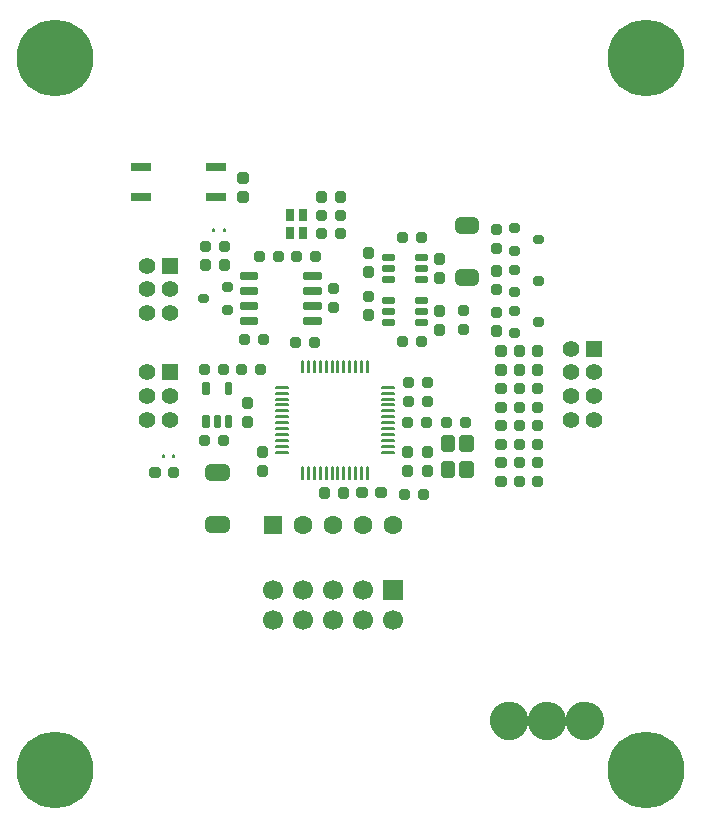
<source format=gts>
G04 EAGLE Gerber RS-274X export*
G75*
%MOMM*%
%FSLAX34Y34*%
%LPD*%
%INTop Solder Mask*%
%IPPOS*%
%AMOC8*
5,1,8,0,0,1.08239X$1,22.5*%
G01*
%ADD10C,0.665000*%
%ADD11C,0.560000*%
%ADD12C,0.980000*%
%ADD13C,0.420000*%
%ADD14C,0.203000*%
%ADD15C,0.480000*%
%ADD16R,0.800000X1.000000*%
%ADD17C,0.210000*%
%ADD18R,1.600000X1.600000*%
%ADD19C,1.600000*%
%ADD20R,1.400000X1.400000*%
%ADD21C,1.400000*%
%ADD22R,1.700000X1.700000*%
%ADD23C,1.700000*%
%ADD24R,1.800000X0.650000*%
%ADD25C,2.184400*%
%ADD26C,1.016000*%
%ADD27C,6.500000*%


D10*
X343075Y313575D02*
X343075Y316425D01*
X345925Y316425D01*
X345925Y313575D01*
X343075Y313575D01*
X343075Y300425D02*
X343075Y297575D01*
X343075Y300425D02*
X345925Y300425D01*
X345925Y297575D01*
X343075Y297575D01*
X422075Y367575D02*
X422075Y370425D01*
X424925Y370425D01*
X424925Y367575D01*
X422075Y367575D01*
X422075Y354425D02*
X422075Y351575D01*
X422075Y354425D02*
X424925Y354425D01*
X424925Y351575D01*
X422075Y351575D01*
X422075Y338925D02*
X422075Y336075D01*
X422075Y338925D02*
X424925Y338925D01*
X424925Y336075D01*
X422075Y336075D01*
X422075Y322925D02*
X422075Y320075D01*
X422075Y322925D02*
X424925Y322925D01*
X424925Y320075D01*
X422075Y320075D01*
X422075Y307425D02*
X422075Y304575D01*
X422075Y307425D02*
X424925Y307425D01*
X424925Y304575D01*
X422075Y304575D01*
X422075Y291425D02*
X422075Y288575D01*
X422075Y291425D02*
X424925Y291425D01*
X424925Y288575D01*
X422075Y288575D01*
X424925Y383075D02*
X424925Y385925D01*
X424925Y383075D02*
X422075Y383075D01*
X422075Y385925D01*
X424925Y385925D01*
X424925Y399075D02*
X424925Y401925D01*
X424925Y399075D02*
X422075Y399075D01*
X422075Y401925D01*
X424925Y401925D01*
X310075Y482075D02*
X310075Y484925D01*
X312925Y484925D01*
X312925Y482075D01*
X310075Y482075D01*
X310075Y468925D02*
X310075Y466075D01*
X310075Y468925D02*
X312925Y468925D01*
X312925Y466075D01*
X310075Y466075D01*
X338575Y495575D02*
X341425Y495575D01*
X338575Y495575D02*
X338575Y498425D01*
X341425Y498425D01*
X341425Y495575D01*
X354575Y495575D02*
X357425Y495575D01*
X354575Y495575D02*
X354575Y498425D01*
X357425Y498425D01*
X357425Y495575D01*
X370075Y435925D02*
X370075Y433075D01*
X370075Y435925D02*
X372925Y435925D01*
X372925Y433075D01*
X370075Y433075D01*
X370075Y419925D02*
X370075Y417075D01*
X370075Y419925D02*
X372925Y419925D01*
X372925Y417075D01*
X370075Y417075D01*
X280575Y452075D02*
X280575Y454925D01*
X283425Y454925D01*
X283425Y452075D01*
X280575Y452075D01*
X280575Y438925D02*
X280575Y436075D01*
X280575Y438925D02*
X283425Y438925D01*
X283425Y436075D01*
X280575Y436075D01*
D11*
X173200Y444300D02*
X173200Y446700D01*
X173200Y444300D02*
X169800Y444300D01*
X169800Y446700D01*
X173200Y446700D01*
X193200Y453800D02*
X193200Y456200D01*
X193200Y453800D02*
X189800Y453800D01*
X189800Y456200D01*
X193200Y456200D01*
X193200Y437200D02*
X193200Y434800D01*
X189800Y434800D01*
X189800Y437200D01*
X193200Y437200D01*
D12*
X389400Y460900D02*
X389400Y465100D01*
X399600Y465100D01*
X399600Y460900D01*
X389400Y460900D01*
X389400Y504900D02*
X389400Y509100D01*
X399600Y509100D01*
X399600Y504900D01*
X389400Y504900D01*
D11*
X452800Y426700D02*
X452800Y424300D01*
X452800Y426700D02*
X456200Y426700D01*
X456200Y424300D01*
X452800Y424300D01*
X432800Y417200D02*
X432800Y414800D01*
X432800Y417200D02*
X436200Y417200D01*
X436200Y414800D01*
X432800Y414800D01*
X432800Y433800D02*
X432800Y436200D01*
X436200Y436200D01*
X436200Y433800D01*
X432800Y433800D01*
X452800Y459300D02*
X452800Y461700D01*
X456200Y461700D01*
X456200Y459300D01*
X452800Y459300D01*
X432800Y452200D02*
X432800Y449800D01*
X432800Y452200D02*
X436200Y452200D01*
X436200Y449800D01*
X432800Y449800D01*
X432800Y468800D02*
X432800Y471200D01*
X436200Y471200D01*
X436200Y468800D01*
X432800Y468800D01*
X452800Y494300D02*
X452800Y496700D01*
X456200Y496700D01*
X456200Y494300D01*
X452800Y494300D01*
X432800Y487200D02*
X432800Y484800D01*
X432800Y487200D02*
X436200Y487200D01*
X436200Y484800D01*
X432800Y484800D01*
X432800Y503800D02*
X432800Y506200D01*
X436200Y506200D01*
X436200Y503800D01*
X432800Y503800D01*
D10*
X440425Y385925D02*
X440425Y383075D01*
X437575Y383075D01*
X437575Y385925D01*
X440425Y385925D01*
X440425Y399075D02*
X440425Y401925D01*
X440425Y399075D02*
X437575Y399075D01*
X437575Y401925D01*
X440425Y401925D01*
X357425Y409925D02*
X354575Y409925D01*
X357425Y409925D02*
X357425Y407075D01*
X354575Y407075D01*
X354575Y409925D01*
X341425Y409925D02*
X338575Y409925D01*
X341425Y409925D02*
X341425Y407075D01*
X338575Y407075D01*
X338575Y409925D01*
X393425Y417575D02*
X393425Y420425D01*
X393425Y417575D02*
X390575Y417575D01*
X390575Y420425D01*
X393425Y420425D01*
X393425Y433575D02*
X393425Y436425D01*
X393425Y433575D02*
X390575Y433575D01*
X390575Y436425D01*
X393425Y436425D01*
X310075Y445575D02*
X310075Y448425D01*
X312925Y448425D01*
X312925Y445575D01*
X310075Y445575D01*
X310075Y432425D02*
X310075Y429575D01*
X310075Y432425D02*
X312925Y432425D01*
X312925Y429575D01*
X310075Y429575D01*
X420925Y418925D02*
X420925Y416075D01*
X418075Y416075D01*
X418075Y418925D01*
X420925Y418925D01*
X420925Y432075D02*
X420925Y434925D01*
X420925Y432075D02*
X418075Y432075D01*
X418075Y434925D01*
X420925Y434925D01*
X420925Y451075D02*
X420925Y453925D01*
X420925Y451075D02*
X418075Y451075D01*
X418075Y453925D01*
X420925Y453925D01*
X420925Y467075D02*
X420925Y469925D01*
X420925Y467075D02*
X418075Y467075D01*
X418075Y469925D01*
X420925Y469925D01*
X420925Y486075D02*
X420925Y488925D01*
X420925Y486075D02*
X418075Y486075D01*
X418075Y488925D01*
X420925Y488925D01*
X420925Y502075D02*
X420925Y504925D01*
X420925Y502075D02*
X418075Y502075D01*
X418075Y504925D01*
X420925Y504925D01*
X174925Y472075D02*
X172075Y472075D01*
X172075Y474925D01*
X174925Y474925D01*
X174925Y472075D01*
X188075Y472075D02*
X190925Y472075D01*
X188075Y472075D02*
X188075Y474925D01*
X190925Y474925D01*
X190925Y472075D01*
X455925Y354425D02*
X455925Y351575D01*
X453075Y351575D01*
X453075Y354425D01*
X455925Y354425D01*
X455925Y367575D02*
X455925Y370425D01*
X455925Y367575D02*
X453075Y367575D01*
X453075Y370425D01*
X455925Y370425D01*
X437575Y370425D02*
X437575Y367575D01*
X437575Y370425D02*
X440425Y370425D01*
X440425Y367575D01*
X437575Y367575D01*
X437575Y354425D02*
X437575Y351575D01*
X437575Y354425D02*
X440425Y354425D01*
X440425Y351575D01*
X437575Y351575D01*
X455925Y322925D02*
X455925Y320075D01*
X453075Y320075D01*
X453075Y322925D01*
X455925Y322925D01*
X455925Y336075D02*
X455925Y338925D01*
X455925Y336075D02*
X453075Y336075D01*
X453075Y338925D01*
X455925Y338925D01*
X437575Y338925D02*
X437575Y336075D01*
X437575Y338925D02*
X440425Y338925D01*
X440425Y336075D01*
X437575Y336075D01*
X437575Y322925D02*
X437575Y320075D01*
X437575Y322925D02*
X440425Y322925D01*
X440425Y320075D01*
X437575Y320075D01*
X455925Y291425D02*
X455925Y288575D01*
X453075Y288575D01*
X453075Y291425D01*
X455925Y291425D01*
X455925Y304575D02*
X455925Y307425D01*
X455925Y304575D02*
X453075Y304575D01*
X453075Y307425D01*
X455925Y307425D01*
X437575Y307425D02*
X437575Y304575D01*
X437575Y307425D02*
X440425Y307425D01*
X440425Y304575D01*
X437575Y304575D01*
X437575Y291425D02*
X437575Y288575D01*
X437575Y291425D02*
X440425Y291425D01*
X440425Y288575D01*
X437575Y288575D01*
X453075Y399075D02*
X453075Y401925D01*
X455925Y401925D01*
X455925Y399075D01*
X453075Y399075D01*
X453075Y385925D02*
X453075Y383075D01*
X453075Y385925D02*
X455925Y385925D01*
X455925Y383075D01*
X453075Y383075D01*
D13*
X269150Y427350D02*
X257850Y427350D01*
X269150Y427350D02*
X269150Y425550D01*
X257850Y425550D01*
X257850Y427350D01*
X215150Y427350D02*
X203850Y427350D01*
X215150Y427350D02*
X215150Y425550D01*
X203850Y425550D01*
X203850Y427350D01*
X257850Y440050D02*
X269150Y440050D01*
X269150Y438250D01*
X257850Y438250D01*
X257850Y440050D01*
X257850Y452750D02*
X269150Y452750D01*
X269150Y450950D01*
X257850Y450950D01*
X257850Y452750D01*
X215150Y440050D02*
X203850Y440050D01*
X215150Y440050D02*
X215150Y438250D01*
X203850Y438250D01*
X203850Y440050D01*
X203850Y452750D02*
X215150Y452750D01*
X215150Y450950D01*
X203850Y450950D01*
X203850Y452750D01*
X257850Y465450D02*
X269150Y465450D01*
X269150Y463650D01*
X257850Y463650D01*
X257850Y465450D01*
X215150Y465450D02*
X203850Y465450D01*
X215150Y465450D02*
X215150Y463650D01*
X203850Y463650D01*
X203850Y465450D01*
X324100Y479600D02*
X330900Y479600D01*
X324100Y479600D02*
X324100Y481400D01*
X330900Y481400D01*
X330900Y479600D01*
X330900Y470100D02*
X324100Y470100D01*
X324100Y471900D01*
X330900Y471900D01*
X330900Y470100D01*
X330900Y460600D02*
X324100Y460600D01*
X324100Y462400D01*
X330900Y462400D01*
X330900Y460600D01*
X352100Y460600D02*
X358900Y460600D01*
X352100Y460600D02*
X352100Y462400D01*
X358900Y462400D01*
X358900Y460600D01*
X358900Y470100D02*
X352100Y470100D01*
X352100Y471900D01*
X358900Y471900D01*
X358900Y470100D01*
X358900Y479600D02*
X352100Y479600D01*
X352100Y481400D01*
X358900Y481400D01*
X358900Y479600D01*
X330900Y443100D02*
X324100Y443100D01*
X324100Y444900D01*
X330900Y444900D01*
X330900Y443100D01*
X330900Y433600D02*
X324100Y433600D01*
X324100Y435400D01*
X330900Y435400D01*
X330900Y433600D01*
X330900Y424100D02*
X324100Y424100D01*
X324100Y425900D01*
X330900Y425900D01*
X330900Y424100D01*
X352100Y424100D02*
X358900Y424100D01*
X352100Y424100D02*
X352100Y425900D01*
X358900Y425900D01*
X358900Y424100D01*
X358900Y433600D02*
X352100Y433600D01*
X352100Y435400D01*
X358900Y435400D01*
X358900Y433600D01*
X358900Y443100D02*
X352100Y443100D01*
X352100Y444900D01*
X358900Y444900D01*
X358900Y443100D01*
D10*
X267925Y481925D02*
X265075Y481925D01*
X267925Y481925D02*
X267925Y479075D01*
X265075Y479075D01*
X265075Y481925D01*
X251925Y481925D02*
X249075Y481925D01*
X251925Y481925D02*
X251925Y479075D01*
X249075Y479075D01*
X249075Y481925D01*
X236425Y481925D02*
X233575Y481925D01*
X236425Y481925D02*
X236425Y479075D01*
X233575Y479075D01*
X233575Y481925D01*
X220425Y481925D02*
X217575Y481925D01*
X220425Y481925D02*
X220425Y479075D01*
X217575Y479075D01*
X217575Y481925D01*
X221075Y411925D02*
X223925Y411925D01*
X223925Y409075D01*
X221075Y409075D01*
X221075Y411925D01*
X207925Y411925D02*
X205075Y411925D01*
X207925Y411925D02*
X207925Y409075D01*
X205075Y409075D01*
X205075Y411925D01*
X190925Y490425D02*
X188075Y490425D01*
X190925Y490425D02*
X190925Y487575D01*
X188075Y487575D01*
X188075Y490425D01*
X174925Y490425D02*
X172075Y490425D01*
X174925Y490425D02*
X174925Y487575D01*
X172075Y487575D01*
X172075Y490425D01*
X370075Y479925D02*
X370075Y477075D01*
X370075Y479925D02*
X372925Y479925D01*
X372925Y477075D01*
X370075Y477075D01*
X370075Y463925D02*
X370075Y461075D01*
X370075Y463925D02*
X372925Y463925D01*
X372925Y461075D01*
X370075Y461075D01*
D14*
X332985Y315435D02*
X323015Y315435D01*
X332985Y315435D02*
X332985Y314565D01*
X323015Y314565D01*
X323015Y315435D01*
X323015Y320435D02*
X332985Y320435D01*
X332985Y319565D01*
X323015Y319565D01*
X323015Y320435D01*
X323015Y325435D02*
X332985Y325435D01*
X332985Y324565D01*
X323015Y324565D01*
X323015Y325435D01*
X323015Y330435D02*
X332985Y330435D01*
X332985Y329565D01*
X323015Y329565D01*
X323015Y330435D01*
X323015Y335435D02*
X332985Y335435D01*
X332985Y334565D01*
X323015Y334565D01*
X323015Y335435D01*
X323015Y340435D02*
X332985Y340435D01*
X332985Y339565D01*
X323015Y339565D01*
X323015Y340435D01*
X323015Y345435D02*
X332985Y345435D01*
X332985Y344565D01*
X323015Y344565D01*
X323015Y345435D01*
X323015Y350435D02*
X332985Y350435D01*
X332985Y349565D01*
X323015Y349565D01*
X323015Y350435D01*
X323015Y355435D02*
X332985Y355435D01*
X332985Y354565D01*
X323015Y354565D01*
X323015Y355435D01*
X323015Y360435D02*
X332985Y360435D01*
X332985Y359565D01*
X323015Y359565D01*
X323015Y360435D01*
X323015Y365435D02*
X332985Y365435D01*
X332985Y364565D01*
X323015Y364565D01*
X323015Y365435D01*
X323015Y370435D02*
X332985Y370435D01*
X332985Y369565D01*
X323015Y369565D01*
X323015Y370435D01*
X310065Y382515D02*
X310065Y392485D01*
X310935Y392485D01*
X310935Y382515D01*
X310065Y382515D01*
X310065Y384443D02*
X310935Y384443D01*
X310935Y386371D02*
X310065Y386371D01*
X310065Y388299D02*
X310935Y388299D01*
X310935Y390227D02*
X310065Y390227D01*
X310065Y392155D02*
X310935Y392155D01*
X305065Y392485D02*
X305065Y382515D01*
X305065Y392485D02*
X305935Y392485D01*
X305935Y382515D01*
X305065Y382515D01*
X305065Y384443D02*
X305935Y384443D01*
X305935Y386371D02*
X305065Y386371D01*
X305065Y388299D02*
X305935Y388299D01*
X305935Y390227D02*
X305065Y390227D01*
X305065Y392155D02*
X305935Y392155D01*
X300065Y392485D02*
X300065Y382515D01*
X300065Y392485D02*
X300935Y392485D01*
X300935Y382515D01*
X300065Y382515D01*
X300065Y384443D02*
X300935Y384443D01*
X300935Y386371D02*
X300065Y386371D01*
X300065Y388299D02*
X300935Y388299D01*
X300935Y390227D02*
X300065Y390227D01*
X300065Y392155D02*
X300935Y392155D01*
X295065Y392485D02*
X295065Y382515D01*
X295065Y392485D02*
X295935Y392485D01*
X295935Y382515D01*
X295065Y382515D01*
X295065Y384443D02*
X295935Y384443D01*
X295935Y386371D02*
X295065Y386371D01*
X295065Y388299D02*
X295935Y388299D01*
X295935Y390227D02*
X295065Y390227D01*
X295065Y392155D02*
X295935Y392155D01*
X290065Y392485D02*
X290065Y382515D01*
X290065Y392485D02*
X290935Y392485D01*
X290935Y382515D01*
X290065Y382515D01*
X290065Y384443D02*
X290935Y384443D01*
X290935Y386371D02*
X290065Y386371D01*
X290065Y388299D02*
X290935Y388299D01*
X290935Y390227D02*
X290065Y390227D01*
X290065Y392155D02*
X290935Y392155D01*
X285065Y392485D02*
X285065Y382515D01*
X285065Y392485D02*
X285935Y392485D01*
X285935Y382515D01*
X285065Y382515D01*
X285065Y384443D02*
X285935Y384443D01*
X285935Y386371D02*
X285065Y386371D01*
X285065Y388299D02*
X285935Y388299D01*
X285935Y390227D02*
X285065Y390227D01*
X285065Y392155D02*
X285935Y392155D01*
X280065Y392485D02*
X280065Y382515D01*
X280065Y392485D02*
X280935Y392485D01*
X280935Y382515D01*
X280065Y382515D01*
X280065Y384443D02*
X280935Y384443D01*
X280935Y386371D02*
X280065Y386371D01*
X280065Y388299D02*
X280935Y388299D01*
X280935Y390227D02*
X280065Y390227D01*
X280065Y392155D02*
X280935Y392155D01*
X275065Y392485D02*
X275065Y382515D01*
X275065Y392485D02*
X275935Y392485D01*
X275935Y382515D01*
X275065Y382515D01*
X275065Y384443D02*
X275935Y384443D01*
X275935Y386371D02*
X275065Y386371D01*
X275065Y388299D02*
X275935Y388299D01*
X275935Y390227D02*
X275065Y390227D01*
X275065Y392155D02*
X275935Y392155D01*
X270065Y392485D02*
X270065Y382515D01*
X270065Y392485D02*
X270935Y392485D01*
X270935Y382515D01*
X270065Y382515D01*
X270065Y384443D02*
X270935Y384443D01*
X270935Y386371D02*
X270065Y386371D01*
X270065Y388299D02*
X270935Y388299D01*
X270935Y390227D02*
X270065Y390227D01*
X270065Y392155D02*
X270935Y392155D01*
X265065Y392485D02*
X265065Y382515D01*
X265065Y392485D02*
X265935Y392485D01*
X265935Y382515D01*
X265065Y382515D01*
X265065Y384443D02*
X265935Y384443D01*
X265935Y386371D02*
X265065Y386371D01*
X265065Y388299D02*
X265935Y388299D01*
X265935Y390227D02*
X265065Y390227D01*
X265065Y392155D02*
X265935Y392155D01*
X260065Y392485D02*
X260065Y382515D01*
X260065Y392485D02*
X260935Y392485D01*
X260935Y382515D01*
X260065Y382515D01*
X260065Y384443D02*
X260935Y384443D01*
X260935Y386371D02*
X260065Y386371D01*
X260065Y388299D02*
X260935Y388299D01*
X260935Y390227D02*
X260065Y390227D01*
X260065Y392155D02*
X260935Y392155D01*
X255065Y392485D02*
X255065Y382515D01*
X255065Y392485D02*
X255935Y392485D01*
X255935Y382515D01*
X255065Y382515D01*
X255065Y384443D02*
X255935Y384443D01*
X255935Y386371D02*
X255065Y386371D01*
X255065Y388299D02*
X255935Y388299D01*
X255935Y390227D02*
X255065Y390227D01*
X255065Y392155D02*
X255935Y392155D01*
X242985Y370435D02*
X233015Y370435D01*
X242985Y370435D02*
X242985Y369565D01*
X233015Y369565D01*
X233015Y370435D01*
X233015Y365435D02*
X242985Y365435D01*
X242985Y364565D01*
X233015Y364565D01*
X233015Y365435D01*
X233015Y360435D02*
X242985Y360435D01*
X242985Y359565D01*
X233015Y359565D01*
X233015Y360435D01*
X233015Y355435D02*
X242985Y355435D01*
X242985Y354565D01*
X233015Y354565D01*
X233015Y355435D01*
X233015Y350435D02*
X242985Y350435D01*
X242985Y349565D01*
X233015Y349565D01*
X233015Y350435D01*
X233015Y345435D02*
X242985Y345435D01*
X242985Y344565D01*
X233015Y344565D01*
X233015Y345435D01*
X233015Y340435D02*
X242985Y340435D01*
X242985Y339565D01*
X233015Y339565D01*
X233015Y340435D01*
X233015Y335435D02*
X242985Y335435D01*
X242985Y334565D01*
X233015Y334565D01*
X233015Y335435D01*
X233015Y330435D02*
X242985Y330435D01*
X242985Y329565D01*
X233015Y329565D01*
X233015Y330435D01*
X233015Y325435D02*
X242985Y325435D01*
X242985Y324565D01*
X233015Y324565D01*
X233015Y325435D01*
X233015Y320435D02*
X242985Y320435D01*
X242985Y319565D01*
X233015Y319565D01*
X233015Y320435D01*
X233015Y315435D02*
X242985Y315435D01*
X242985Y314565D01*
X233015Y314565D01*
X233015Y315435D01*
X255065Y302485D02*
X255065Y292515D01*
X255065Y302485D02*
X255935Y302485D01*
X255935Y292515D01*
X255065Y292515D01*
X255065Y294443D02*
X255935Y294443D01*
X255935Y296371D02*
X255065Y296371D01*
X255065Y298299D02*
X255935Y298299D01*
X255935Y300227D02*
X255065Y300227D01*
X255065Y302155D02*
X255935Y302155D01*
X260065Y302485D02*
X260065Y292515D01*
X260065Y302485D02*
X260935Y302485D01*
X260935Y292515D01*
X260065Y292515D01*
X260065Y294443D02*
X260935Y294443D01*
X260935Y296371D02*
X260065Y296371D01*
X260065Y298299D02*
X260935Y298299D01*
X260935Y300227D02*
X260065Y300227D01*
X260065Y302155D02*
X260935Y302155D01*
X265065Y302485D02*
X265065Y292515D01*
X265065Y302485D02*
X265935Y302485D01*
X265935Y292515D01*
X265065Y292515D01*
X265065Y294443D02*
X265935Y294443D01*
X265935Y296371D02*
X265065Y296371D01*
X265065Y298299D02*
X265935Y298299D01*
X265935Y300227D02*
X265065Y300227D01*
X265065Y302155D02*
X265935Y302155D01*
X270065Y302485D02*
X270065Y292515D01*
X270065Y302485D02*
X270935Y302485D01*
X270935Y292515D01*
X270065Y292515D01*
X270065Y294443D02*
X270935Y294443D01*
X270935Y296371D02*
X270065Y296371D01*
X270065Y298299D02*
X270935Y298299D01*
X270935Y300227D02*
X270065Y300227D01*
X270065Y302155D02*
X270935Y302155D01*
X275065Y302485D02*
X275065Y292515D01*
X275065Y302485D02*
X275935Y302485D01*
X275935Y292515D01*
X275065Y292515D01*
X275065Y294443D02*
X275935Y294443D01*
X275935Y296371D02*
X275065Y296371D01*
X275065Y298299D02*
X275935Y298299D01*
X275935Y300227D02*
X275065Y300227D01*
X275065Y302155D02*
X275935Y302155D01*
X280065Y302485D02*
X280065Y292515D01*
X280065Y302485D02*
X280935Y302485D01*
X280935Y292515D01*
X280065Y292515D01*
X280065Y294443D02*
X280935Y294443D01*
X280935Y296371D02*
X280065Y296371D01*
X280065Y298299D02*
X280935Y298299D01*
X280935Y300227D02*
X280065Y300227D01*
X280065Y302155D02*
X280935Y302155D01*
X285065Y302485D02*
X285065Y292515D01*
X285065Y302485D02*
X285935Y302485D01*
X285935Y292515D01*
X285065Y292515D01*
X285065Y294443D02*
X285935Y294443D01*
X285935Y296371D02*
X285065Y296371D01*
X285065Y298299D02*
X285935Y298299D01*
X285935Y300227D02*
X285065Y300227D01*
X285065Y302155D02*
X285935Y302155D01*
X290065Y302485D02*
X290065Y292515D01*
X290065Y302485D02*
X290935Y302485D01*
X290935Y292515D01*
X290065Y292515D01*
X290065Y294443D02*
X290935Y294443D01*
X290935Y296371D02*
X290065Y296371D01*
X290065Y298299D02*
X290935Y298299D01*
X290935Y300227D02*
X290065Y300227D01*
X290065Y302155D02*
X290935Y302155D01*
X295065Y302485D02*
X295065Y292515D01*
X295065Y302485D02*
X295935Y302485D01*
X295935Y292515D01*
X295065Y292515D01*
X295065Y294443D02*
X295935Y294443D01*
X295935Y296371D02*
X295065Y296371D01*
X295065Y298299D02*
X295935Y298299D01*
X295935Y300227D02*
X295065Y300227D01*
X295065Y302155D02*
X295935Y302155D01*
X300065Y302485D02*
X300065Y292515D01*
X300065Y302485D02*
X300935Y302485D01*
X300935Y292515D01*
X300065Y292515D01*
X300065Y294443D02*
X300935Y294443D01*
X300935Y296371D02*
X300065Y296371D01*
X300065Y298299D02*
X300935Y298299D01*
X300935Y300227D02*
X300065Y300227D01*
X300065Y302155D02*
X300935Y302155D01*
X305065Y302485D02*
X305065Y292515D01*
X305065Y302485D02*
X305935Y302485D01*
X305935Y292515D01*
X305065Y292515D01*
X305065Y294443D02*
X305935Y294443D01*
X305935Y296371D02*
X305065Y296371D01*
X305065Y298299D02*
X305935Y298299D01*
X305935Y300227D02*
X305065Y300227D01*
X305065Y302155D02*
X305935Y302155D01*
X310065Y302485D02*
X310065Y292515D01*
X310065Y302485D02*
X310935Y302485D01*
X310935Y292515D01*
X310065Y292515D01*
X310065Y294443D02*
X310935Y294443D01*
X310935Y296371D02*
X310065Y296371D01*
X310065Y298299D02*
X310935Y298299D01*
X310935Y300227D02*
X310065Y300227D01*
X310065Y302155D02*
X310935Y302155D01*
D10*
X250925Y406575D02*
X248075Y406575D01*
X248075Y409425D01*
X250925Y409425D01*
X250925Y406575D01*
X264075Y406575D02*
X266925Y406575D01*
X264075Y406575D02*
X264075Y409425D01*
X266925Y409425D01*
X266925Y406575D01*
X220075Y316425D02*
X220075Y313575D01*
X220075Y316425D02*
X222925Y316425D01*
X222925Y313575D01*
X220075Y313575D01*
X220075Y300425D02*
X220075Y297575D01*
X220075Y300425D02*
X222925Y300425D01*
X222925Y297575D01*
X220075Y297575D01*
X320575Y282425D02*
X323425Y282425D01*
X323425Y279575D01*
X320575Y279575D01*
X320575Y282425D01*
X307425Y282425D02*
X304575Y282425D01*
X307425Y282425D02*
X307425Y279575D01*
X304575Y279575D01*
X304575Y282425D01*
X221425Y386425D02*
X218575Y386425D01*
X221425Y386425D02*
X221425Y383575D01*
X218575Y383575D01*
X218575Y386425D01*
X205425Y386425D02*
X202575Y386425D01*
X205425Y386425D02*
X205425Y383575D01*
X202575Y383575D01*
X202575Y386425D01*
X344075Y356575D02*
X346925Y356575D01*
X344075Y356575D02*
X344075Y359425D01*
X346925Y359425D01*
X346925Y356575D01*
X360075Y356575D02*
X362925Y356575D01*
X360075Y356575D02*
X360075Y359425D01*
X362925Y359425D01*
X362925Y356575D01*
X346925Y372575D02*
X344075Y372575D01*
X344075Y375425D01*
X346925Y375425D01*
X346925Y372575D01*
X360075Y372575D02*
X362925Y372575D01*
X360075Y372575D02*
X360075Y375425D01*
X362925Y375425D01*
X362925Y372575D01*
X343425Y277575D02*
X340575Y277575D01*
X340575Y280425D01*
X343425Y280425D01*
X343425Y277575D01*
X356575Y277575D02*
X359425Y277575D01*
X356575Y277575D02*
X356575Y280425D01*
X359425Y280425D01*
X359425Y277575D01*
X291425Y281925D02*
X288575Y281925D01*
X291425Y281925D02*
X291425Y279075D01*
X288575Y279075D01*
X288575Y281925D01*
X275425Y281925D02*
X272575Y281925D01*
X275425Y281925D02*
X275425Y279075D01*
X272575Y279075D01*
X272575Y281925D01*
X376075Y338575D02*
X378925Y338575D01*
X376075Y338575D02*
X376075Y341425D01*
X378925Y341425D01*
X378925Y338575D01*
X392075Y338575D02*
X394925Y338575D01*
X392075Y338575D02*
X392075Y341425D01*
X394925Y341425D01*
X394925Y338575D01*
X360075Y316425D02*
X360075Y313575D01*
X360075Y316425D02*
X362925Y316425D01*
X362925Y313575D01*
X360075Y313575D01*
X360075Y300425D02*
X360075Y297575D01*
X360075Y300425D02*
X362925Y300425D01*
X362925Y297575D01*
X360075Y297575D01*
X345925Y338575D02*
X343075Y338575D01*
X343075Y341425D01*
X345925Y341425D01*
X345925Y338575D01*
X359075Y338575D02*
X361925Y338575D01*
X359075Y338575D02*
X359075Y341425D01*
X361925Y341425D01*
X361925Y338575D01*
D15*
X374900Y327100D02*
X374900Y317900D01*
X374900Y327100D02*
X382100Y327100D01*
X382100Y317900D01*
X374900Y317900D01*
X374900Y322460D02*
X382100Y322460D01*
X382100Y327020D02*
X374900Y327020D01*
X374900Y305100D02*
X374900Y295900D01*
X374900Y305100D02*
X382100Y305100D01*
X382100Y295900D01*
X374900Y295900D01*
X374900Y300460D02*
X382100Y300460D01*
X382100Y305020D02*
X374900Y305020D01*
X390900Y305100D02*
X390900Y295900D01*
X390900Y305100D02*
X398100Y305100D01*
X398100Y295900D01*
X390900Y295900D01*
X390900Y300460D02*
X398100Y300460D01*
X398100Y305020D02*
X390900Y305020D01*
X390900Y317900D02*
X390900Y327100D01*
X398100Y327100D01*
X398100Y317900D01*
X390900Y317900D01*
X390900Y322460D02*
X398100Y322460D01*
X398100Y327020D02*
X390900Y327020D01*
D16*
X245000Y515500D03*
X256000Y515500D03*
X256000Y500500D03*
X245000Y500500D03*
D10*
X270075Y498575D02*
X272925Y498575D01*
X270075Y498575D02*
X270075Y501425D01*
X272925Y501425D01*
X272925Y498575D01*
X286075Y498575D02*
X288925Y498575D01*
X286075Y498575D02*
X286075Y501425D01*
X288925Y501425D01*
X288925Y498575D01*
X272925Y514075D02*
X270075Y514075D01*
X270075Y516925D01*
X272925Y516925D01*
X272925Y514075D01*
X286075Y514075D02*
X288925Y514075D01*
X286075Y514075D02*
X286075Y516925D01*
X288925Y516925D01*
X288925Y514075D01*
X272925Y529575D02*
X270075Y529575D01*
X270075Y532425D01*
X272925Y532425D01*
X272925Y529575D01*
X286075Y529575D02*
X288925Y529575D01*
X286075Y529575D02*
X286075Y532425D01*
X288925Y532425D01*
X288925Y529575D01*
D17*
X180950Y502050D02*
X180050Y502050D01*
X180050Y503950D01*
X180950Y503950D01*
X180950Y502050D01*
X189050Y502050D02*
X189950Y502050D01*
X189050Y502050D02*
X189050Y503950D01*
X189950Y503950D01*
X189950Y502050D01*
D10*
X147925Y299425D02*
X145075Y299425D01*
X147925Y299425D02*
X147925Y296575D01*
X145075Y296575D01*
X145075Y299425D01*
X131925Y299425D02*
X129075Y299425D01*
X131925Y299425D02*
X131925Y296575D01*
X129075Y296575D01*
X129075Y299425D01*
D17*
X137050Y310550D02*
X137950Y310550D01*
X137050Y310550D02*
X137050Y312450D01*
X137950Y312450D01*
X137950Y310550D01*
X146050Y310550D02*
X146950Y310550D01*
X146050Y310550D02*
X146050Y312450D01*
X146950Y312450D01*
X146950Y310550D01*
D18*
X230200Y253500D03*
D19*
X255600Y253500D03*
X281000Y253500D03*
X306400Y253500D03*
X331800Y253500D03*
D13*
X174300Y337600D02*
X174300Y344400D01*
X174300Y337600D02*
X172500Y337600D01*
X172500Y344400D01*
X174300Y344400D01*
X174300Y341590D02*
X172500Y341590D01*
X183800Y344400D02*
X183800Y337600D01*
X182000Y337600D01*
X182000Y344400D01*
X183800Y344400D01*
X183800Y341590D02*
X182000Y341590D01*
X193300Y344400D02*
X193300Y337600D01*
X191500Y337600D01*
X191500Y344400D01*
X193300Y344400D01*
X193300Y341590D02*
X191500Y341590D01*
X193300Y365600D02*
X193300Y372400D01*
X193300Y365600D02*
X191500Y365600D01*
X191500Y372400D01*
X193300Y372400D01*
X193300Y369590D02*
X191500Y369590D01*
X174300Y372400D02*
X174300Y365600D01*
X172500Y365600D01*
X172500Y372400D01*
X174300Y372400D01*
X174300Y369590D02*
X172500Y369590D01*
D10*
X207575Y357925D02*
X207575Y355075D01*
X207575Y357925D02*
X210425Y357925D01*
X210425Y355075D01*
X207575Y355075D01*
X207575Y341925D02*
X207575Y339075D01*
X207575Y341925D02*
X210425Y341925D01*
X210425Y339075D01*
X207575Y339075D01*
X173925Y323575D02*
X171075Y323575D01*
X171075Y326425D01*
X173925Y326425D01*
X173925Y323575D01*
X187075Y323575D02*
X189925Y323575D01*
X187075Y323575D02*
X187075Y326425D01*
X189925Y326425D01*
X189925Y323575D01*
X173925Y383575D02*
X171075Y383575D01*
X171075Y386425D01*
X173925Y386425D01*
X173925Y383575D01*
X187075Y383575D02*
X189925Y383575D01*
X187075Y383575D02*
X187075Y386425D01*
X189925Y386425D01*
X189925Y383575D01*
D20*
X143500Y473000D03*
D21*
X143500Y453000D03*
X143500Y433000D03*
X123500Y473000D03*
X123500Y453000D03*
X123500Y433000D03*
D20*
X143500Y382500D03*
D21*
X143500Y362500D03*
X143500Y342500D03*
X123500Y382500D03*
X123500Y362500D03*
X123500Y342500D03*
D20*
X502500Y402500D03*
D21*
X502500Y382500D03*
X502500Y362500D03*
X482500Y402500D03*
X482500Y382500D03*
X482500Y362500D03*
X502500Y342500D03*
X482500Y342500D03*
D22*
X331800Y198700D03*
D23*
X306400Y198700D03*
X281000Y198700D03*
X255600Y198700D03*
X230200Y198700D03*
X331800Y173300D03*
X306400Y173300D03*
X281000Y173300D03*
X255600Y173300D03*
X230200Y173300D03*
D12*
X178400Y251900D02*
X178400Y256100D01*
X188600Y256100D01*
X188600Y251900D01*
X178400Y251900D01*
X178400Y295900D02*
X178400Y300100D01*
X188600Y300100D01*
X188600Y295900D01*
X178400Y295900D01*
D24*
X182000Y531300D03*
X182000Y556700D03*
X119000Y556700D03*
X119000Y531300D03*
D10*
X203575Y545575D02*
X203575Y548425D01*
X206425Y548425D01*
X206425Y545575D01*
X203575Y545575D01*
X203575Y532425D02*
X203575Y529575D01*
X203575Y532425D02*
X206425Y532425D01*
X206425Y529575D01*
X203575Y529575D01*
D25*
X425500Y87500D02*
X425502Y87641D01*
X425508Y87782D01*
X425518Y87922D01*
X425532Y88062D01*
X425550Y88202D01*
X425571Y88341D01*
X425597Y88480D01*
X425626Y88618D01*
X425660Y88754D01*
X425697Y88890D01*
X425738Y89025D01*
X425783Y89159D01*
X425832Y89291D01*
X425884Y89422D01*
X425940Y89551D01*
X426000Y89678D01*
X426063Y89804D01*
X426129Y89928D01*
X426200Y90051D01*
X426273Y90171D01*
X426350Y90289D01*
X426430Y90405D01*
X426514Y90518D01*
X426600Y90629D01*
X426690Y90738D01*
X426783Y90844D01*
X426878Y90947D01*
X426977Y91048D01*
X427078Y91146D01*
X427182Y91241D01*
X427289Y91333D01*
X427398Y91422D01*
X427510Y91507D01*
X427624Y91590D01*
X427740Y91670D01*
X427859Y91746D01*
X427980Y91818D01*
X428102Y91888D01*
X428227Y91953D01*
X428353Y92016D01*
X428481Y92074D01*
X428611Y92129D01*
X428742Y92181D01*
X428875Y92228D01*
X429009Y92272D01*
X429144Y92313D01*
X429280Y92349D01*
X429417Y92381D01*
X429555Y92410D01*
X429693Y92435D01*
X429833Y92455D01*
X429973Y92472D01*
X430113Y92485D01*
X430254Y92494D01*
X430394Y92499D01*
X430535Y92500D01*
X430676Y92497D01*
X430817Y92490D01*
X430957Y92479D01*
X431097Y92464D01*
X431237Y92445D01*
X431376Y92423D01*
X431514Y92396D01*
X431652Y92366D01*
X431788Y92331D01*
X431924Y92293D01*
X432058Y92251D01*
X432192Y92205D01*
X432324Y92156D01*
X432454Y92102D01*
X432583Y92045D01*
X432710Y91985D01*
X432836Y91921D01*
X432959Y91853D01*
X433081Y91782D01*
X433201Y91708D01*
X433318Y91630D01*
X433433Y91549D01*
X433546Y91465D01*
X433657Y91378D01*
X433765Y91287D01*
X433870Y91194D01*
X433973Y91097D01*
X434073Y90998D01*
X434170Y90896D01*
X434264Y90791D01*
X434355Y90684D01*
X434443Y90574D01*
X434528Y90462D01*
X434610Y90347D01*
X434689Y90230D01*
X434764Y90111D01*
X434836Y89990D01*
X434904Y89867D01*
X434969Y89742D01*
X435031Y89615D01*
X435088Y89486D01*
X435143Y89356D01*
X435193Y89225D01*
X435240Y89092D01*
X435283Y88958D01*
X435322Y88822D01*
X435357Y88686D01*
X435389Y88549D01*
X435416Y88411D01*
X435440Y88272D01*
X435460Y88132D01*
X435476Y87992D01*
X435488Y87852D01*
X435496Y87711D01*
X435500Y87570D01*
X435500Y87430D01*
X435496Y87289D01*
X435488Y87148D01*
X435476Y87008D01*
X435460Y86868D01*
X435440Y86728D01*
X435416Y86589D01*
X435389Y86451D01*
X435357Y86314D01*
X435322Y86178D01*
X435283Y86042D01*
X435240Y85908D01*
X435193Y85775D01*
X435143Y85644D01*
X435088Y85514D01*
X435031Y85385D01*
X434969Y85258D01*
X434904Y85133D01*
X434836Y85010D01*
X434764Y84889D01*
X434689Y84770D01*
X434610Y84653D01*
X434528Y84538D01*
X434443Y84426D01*
X434355Y84316D01*
X434264Y84209D01*
X434170Y84104D01*
X434073Y84002D01*
X433973Y83903D01*
X433870Y83806D01*
X433765Y83713D01*
X433657Y83622D01*
X433546Y83535D01*
X433433Y83451D01*
X433318Y83370D01*
X433201Y83292D01*
X433081Y83218D01*
X432959Y83147D01*
X432836Y83079D01*
X432710Y83015D01*
X432583Y82955D01*
X432454Y82898D01*
X432324Y82844D01*
X432192Y82795D01*
X432058Y82749D01*
X431924Y82707D01*
X431788Y82669D01*
X431652Y82634D01*
X431514Y82604D01*
X431376Y82577D01*
X431237Y82555D01*
X431097Y82536D01*
X430957Y82521D01*
X430817Y82510D01*
X430676Y82503D01*
X430535Y82500D01*
X430394Y82501D01*
X430254Y82506D01*
X430113Y82515D01*
X429973Y82528D01*
X429833Y82545D01*
X429693Y82565D01*
X429555Y82590D01*
X429417Y82619D01*
X429280Y82651D01*
X429144Y82687D01*
X429009Y82728D01*
X428875Y82772D01*
X428742Y82819D01*
X428611Y82871D01*
X428481Y82926D01*
X428353Y82984D01*
X428227Y83047D01*
X428102Y83112D01*
X427980Y83182D01*
X427859Y83254D01*
X427740Y83330D01*
X427624Y83410D01*
X427510Y83493D01*
X427398Y83578D01*
X427289Y83667D01*
X427182Y83759D01*
X427078Y83854D01*
X426977Y83952D01*
X426878Y84053D01*
X426783Y84156D01*
X426690Y84262D01*
X426600Y84371D01*
X426514Y84482D01*
X426430Y84595D01*
X426350Y84711D01*
X426273Y84829D01*
X426200Y84949D01*
X426129Y85072D01*
X426063Y85196D01*
X426000Y85322D01*
X425940Y85449D01*
X425884Y85578D01*
X425832Y85709D01*
X425783Y85841D01*
X425738Y85975D01*
X425697Y86110D01*
X425660Y86246D01*
X425626Y86382D01*
X425597Y86520D01*
X425571Y86659D01*
X425550Y86798D01*
X425532Y86938D01*
X425518Y87078D01*
X425508Y87218D01*
X425502Y87359D01*
X425500Y87500D01*
D26*
X430500Y87500D03*
D25*
X457500Y87500D02*
X457502Y87641D01*
X457508Y87782D01*
X457518Y87922D01*
X457532Y88062D01*
X457550Y88202D01*
X457571Y88341D01*
X457597Y88480D01*
X457626Y88618D01*
X457660Y88754D01*
X457697Y88890D01*
X457738Y89025D01*
X457783Y89159D01*
X457832Y89291D01*
X457884Y89422D01*
X457940Y89551D01*
X458000Y89678D01*
X458063Y89804D01*
X458129Y89928D01*
X458200Y90051D01*
X458273Y90171D01*
X458350Y90289D01*
X458430Y90405D01*
X458514Y90518D01*
X458600Y90629D01*
X458690Y90738D01*
X458783Y90844D01*
X458878Y90947D01*
X458977Y91048D01*
X459078Y91146D01*
X459182Y91241D01*
X459289Y91333D01*
X459398Y91422D01*
X459510Y91507D01*
X459624Y91590D01*
X459740Y91670D01*
X459859Y91746D01*
X459980Y91818D01*
X460102Y91888D01*
X460227Y91953D01*
X460353Y92016D01*
X460481Y92074D01*
X460611Y92129D01*
X460742Y92181D01*
X460875Y92228D01*
X461009Y92272D01*
X461144Y92313D01*
X461280Y92349D01*
X461417Y92381D01*
X461555Y92410D01*
X461693Y92435D01*
X461833Y92455D01*
X461973Y92472D01*
X462113Y92485D01*
X462254Y92494D01*
X462394Y92499D01*
X462535Y92500D01*
X462676Y92497D01*
X462817Y92490D01*
X462957Y92479D01*
X463097Y92464D01*
X463237Y92445D01*
X463376Y92423D01*
X463514Y92396D01*
X463652Y92366D01*
X463788Y92331D01*
X463924Y92293D01*
X464058Y92251D01*
X464192Y92205D01*
X464324Y92156D01*
X464454Y92102D01*
X464583Y92045D01*
X464710Y91985D01*
X464836Y91921D01*
X464959Y91853D01*
X465081Y91782D01*
X465201Y91708D01*
X465318Y91630D01*
X465433Y91549D01*
X465546Y91465D01*
X465657Y91378D01*
X465765Y91287D01*
X465870Y91194D01*
X465973Y91097D01*
X466073Y90998D01*
X466170Y90896D01*
X466264Y90791D01*
X466355Y90684D01*
X466443Y90574D01*
X466528Y90462D01*
X466610Y90347D01*
X466689Y90230D01*
X466764Y90111D01*
X466836Y89990D01*
X466904Y89867D01*
X466969Y89742D01*
X467031Y89615D01*
X467088Y89486D01*
X467143Y89356D01*
X467193Y89225D01*
X467240Y89092D01*
X467283Y88958D01*
X467322Y88822D01*
X467357Y88686D01*
X467389Y88549D01*
X467416Y88411D01*
X467440Y88272D01*
X467460Y88132D01*
X467476Y87992D01*
X467488Y87852D01*
X467496Y87711D01*
X467500Y87570D01*
X467500Y87430D01*
X467496Y87289D01*
X467488Y87148D01*
X467476Y87008D01*
X467460Y86868D01*
X467440Y86728D01*
X467416Y86589D01*
X467389Y86451D01*
X467357Y86314D01*
X467322Y86178D01*
X467283Y86042D01*
X467240Y85908D01*
X467193Y85775D01*
X467143Y85644D01*
X467088Y85514D01*
X467031Y85385D01*
X466969Y85258D01*
X466904Y85133D01*
X466836Y85010D01*
X466764Y84889D01*
X466689Y84770D01*
X466610Y84653D01*
X466528Y84538D01*
X466443Y84426D01*
X466355Y84316D01*
X466264Y84209D01*
X466170Y84104D01*
X466073Y84002D01*
X465973Y83903D01*
X465870Y83806D01*
X465765Y83713D01*
X465657Y83622D01*
X465546Y83535D01*
X465433Y83451D01*
X465318Y83370D01*
X465201Y83292D01*
X465081Y83218D01*
X464959Y83147D01*
X464836Y83079D01*
X464710Y83015D01*
X464583Y82955D01*
X464454Y82898D01*
X464324Y82844D01*
X464192Y82795D01*
X464058Y82749D01*
X463924Y82707D01*
X463788Y82669D01*
X463652Y82634D01*
X463514Y82604D01*
X463376Y82577D01*
X463237Y82555D01*
X463097Y82536D01*
X462957Y82521D01*
X462817Y82510D01*
X462676Y82503D01*
X462535Y82500D01*
X462394Y82501D01*
X462254Y82506D01*
X462113Y82515D01*
X461973Y82528D01*
X461833Y82545D01*
X461693Y82565D01*
X461555Y82590D01*
X461417Y82619D01*
X461280Y82651D01*
X461144Y82687D01*
X461009Y82728D01*
X460875Y82772D01*
X460742Y82819D01*
X460611Y82871D01*
X460481Y82926D01*
X460353Y82984D01*
X460227Y83047D01*
X460102Y83112D01*
X459980Y83182D01*
X459859Y83254D01*
X459740Y83330D01*
X459624Y83410D01*
X459510Y83493D01*
X459398Y83578D01*
X459289Y83667D01*
X459182Y83759D01*
X459078Y83854D01*
X458977Y83952D01*
X458878Y84053D01*
X458783Y84156D01*
X458690Y84262D01*
X458600Y84371D01*
X458514Y84482D01*
X458430Y84595D01*
X458350Y84711D01*
X458273Y84829D01*
X458200Y84949D01*
X458129Y85072D01*
X458063Y85196D01*
X458000Y85322D01*
X457940Y85449D01*
X457884Y85578D01*
X457832Y85709D01*
X457783Y85841D01*
X457738Y85975D01*
X457697Y86110D01*
X457660Y86246D01*
X457626Y86382D01*
X457597Y86520D01*
X457571Y86659D01*
X457550Y86798D01*
X457532Y86938D01*
X457518Y87078D01*
X457508Y87218D01*
X457502Y87359D01*
X457500Y87500D01*
D26*
X462500Y87500D03*
D25*
X489500Y87500D02*
X489502Y87641D01*
X489508Y87782D01*
X489518Y87922D01*
X489532Y88062D01*
X489550Y88202D01*
X489571Y88341D01*
X489597Y88480D01*
X489626Y88618D01*
X489660Y88754D01*
X489697Y88890D01*
X489738Y89025D01*
X489783Y89159D01*
X489832Y89291D01*
X489884Y89422D01*
X489940Y89551D01*
X490000Y89678D01*
X490063Y89804D01*
X490129Y89928D01*
X490200Y90051D01*
X490273Y90171D01*
X490350Y90289D01*
X490430Y90405D01*
X490514Y90518D01*
X490600Y90629D01*
X490690Y90738D01*
X490783Y90844D01*
X490878Y90947D01*
X490977Y91048D01*
X491078Y91146D01*
X491182Y91241D01*
X491289Y91333D01*
X491398Y91422D01*
X491510Y91507D01*
X491624Y91590D01*
X491740Y91670D01*
X491859Y91746D01*
X491980Y91818D01*
X492102Y91888D01*
X492227Y91953D01*
X492353Y92016D01*
X492481Y92074D01*
X492611Y92129D01*
X492742Y92181D01*
X492875Y92228D01*
X493009Y92272D01*
X493144Y92313D01*
X493280Y92349D01*
X493417Y92381D01*
X493555Y92410D01*
X493693Y92435D01*
X493833Y92455D01*
X493973Y92472D01*
X494113Y92485D01*
X494254Y92494D01*
X494394Y92499D01*
X494535Y92500D01*
X494676Y92497D01*
X494817Y92490D01*
X494957Y92479D01*
X495097Y92464D01*
X495237Y92445D01*
X495376Y92423D01*
X495514Y92396D01*
X495652Y92366D01*
X495788Y92331D01*
X495924Y92293D01*
X496058Y92251D01*
X496192Y92205D01*
X496324Y92156D01*
X496454Y92102D01*
X496583Y92045D01*
X496710Y91985D01*
X496836Y91921D01*
X496959Y91853D01*
X497081Y91782D01*
X497201Y91708D01*
X497318Y91630D01*
X497433Y91549D01*
X497546Y91465D01*
X497657Y91378D01*
X497765Y91287D01*
X497870Y91194D01*
X497973Y91097D01*
X498073Y90998D01*
X498170Y90896D01*
X498264Y90791D01*
X498355Y90684D01*
X498443Y90574D01*
X498528Y90462D01*
X498610Y90347D01*
X498689Y90230D01*
X498764Y90111D01*
X498836Y89990D01*
X498904Y89867D01*
X498969Y89742D01*
X499031Y89615D01*
X499088Y89486D01*
X499143Y89356D01*
X499193Y89225D01*
X499240Y89092D01*
X499283Y88958D01*
X499322Y88822D01*
X499357Y88686D01*
X499389Y88549D01*
X499416Y88411D01*
X499440Y88272D01*
X499460Y88132D01*
X499476Y87992D01*
X499488Y87852D01*
X499496Y87711D01*
X499500Y87570D01*
X499500Y87430D01*
X499496Y87289D01*
X499488Y87148D01*
X499476Y87008D01*
X499460Y86868D01*
X499440Y86728D01*
X499416Y86589D01*
X499389Y86451D01*
X499357Y86314D01*
X499322Y86178D01*
X499283Y86042D01*
X499240Y85908D01*
X499193Y85775D01*
X499143Y85644D01*
X499088Y85514D01*
X499031Y85385D01*
X498969Y85258D01*
X498904Y85133D01*
X498836Y85010D01*
X498764Y84889D01*
X498689Y84770D01*
X498610Y84653D01*
X498528Y84538D01*
X498443Y84426D01*
X498355Y84316D01*
X498264Y84209D01*
X498170Y84104D01*
X498073Y84002D01*
X497973Y83903D01*
X497870Y83806D01*
X497765Y83713D01*
X497657Y83622D01*
X497546Y83535D01*
X497433Y83451D01*
X497318Y83370D01*
X497201Y83292D01*
X497081Y83218D01*
X496959Y83147D01*
X496836Y83079D01*
X496710Y83015D01*
X496583Y82955D01*
X496454Y82898D01*
X496324Y82844D01*
X496192Y82795D01*
X496058Y82749D01*
X495924Y82707D01*
X495788Y82669D01*
X495652Y82634D01*
X495514Y82604D01*
X495376Y82577D01*
X495237Y82555D01*
X495097Y82536D01*
X494957Y82521D01*
X494817Y82510D01*
X494676Y82503D01*
X494535Y82500D01*
X494394Y82501D01*
X494254Y82506D01*
X494113Y82515D01*
X493973Y82528D01*
X493833Y82545D01*
X493693Y82565D01*
X493555Y82590D01*
X493417Y82619D01*
X493280Y82651D01*
X493144Y82687D01*
X493009Y82728D01*
X492875Y82772D01*
X492742Y82819D01*
X492611Y82871D01*
X492481Y82926D01*
X492353Y82984D01*
X492227Y83047D01*
X492102Y83112D01*
X491980Y83182D01*
X491859Y83254D01*
X491740Y83330D01*
X491624Y83410D01*
X491510Y83493D01*
X491398Y83578D01*
X491289Y83667D01*
X491182Y83759D01*
X491078Y83854D01*
X490977Y83952D01*
X490878Y84053D01*
X490783Y84156D01*
X490690Y84262D01*
X490600Y84371D01*
X490514Y84482D01*
X490430Y84595D01*
X490350Y84711D01*
X490273Y84829D01*
X490200Y84949D01*
X490129Y85072D01*
X490063Y85196D01*
X490000Y85322D01*
X489940Y85449D01*
X489884Y85578D01*
X489832Y85709D01*
X489783Y85841D01*
X489738Y85975D01*
X489697Y86110D01*
X489660Y86246D01*
X489626Y86382D01*
X489597Y86520D01*
X489571Y86659D01*
X489550Y86798D01*
X489532Y86938D01*
X489518Y87078D01*
X489508Y87218D01*
X489502Y87359D01*
X489500Y87500D01*
D26*
X494500Y87500D03*
D27*
X46000Y46000D03*
X546000Y46000D03*
X546000Y649000D03*
X46000Y649000D03*
M02*

</source>
